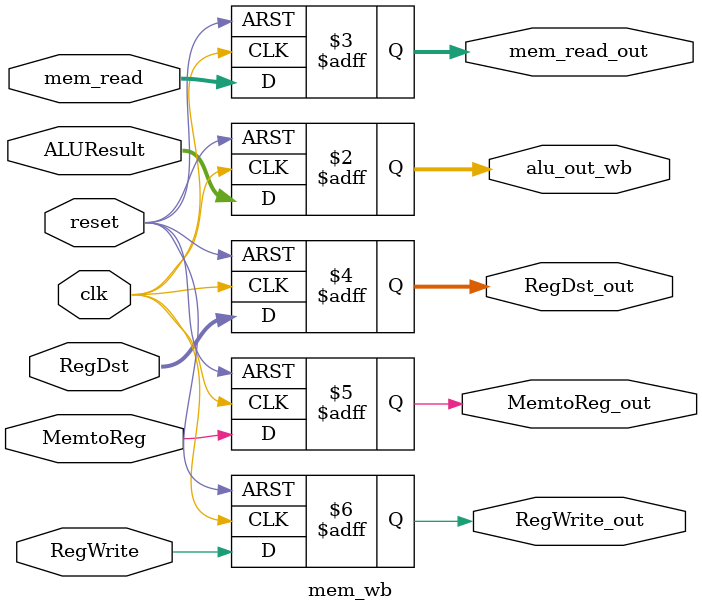
<source format=v>
module mem_wb (
    input wire clk,
    input wire reset,
    input wire [31:0] ALUResult,
    input wire [31:0] mem_read,
    input wire [4:0] RegDst,
    input wire MemtoReg,
    input wire RegWrite,
    output reg [31:0] alu_out_wb,
    output reg [31:0] mem_read_out,
    output reg [4:0] RegDst_out,
    output reg MemtoReg_out,
    output reg RegWrite_out
);

always @(posedge clk or posedge reset) begin
    if (reset) begin
        alu_out_wb <= 32'b0;
        mem_read_out <= 32'b0;
        RegDst_out <= 5'b0;
        RegWrite_out <= 1'b0;
        MemtoReg_out <= 1'b0;
    end else begin
        alu_out_wb <= ALUResult;
        mem_read_out <= mem_read;
        RegDst_out <= RegDst;
        RegWrite_out <= RegWrite;
        MemtoReg_out <= MemtoReg;
    end
end

endmodule
</source>
